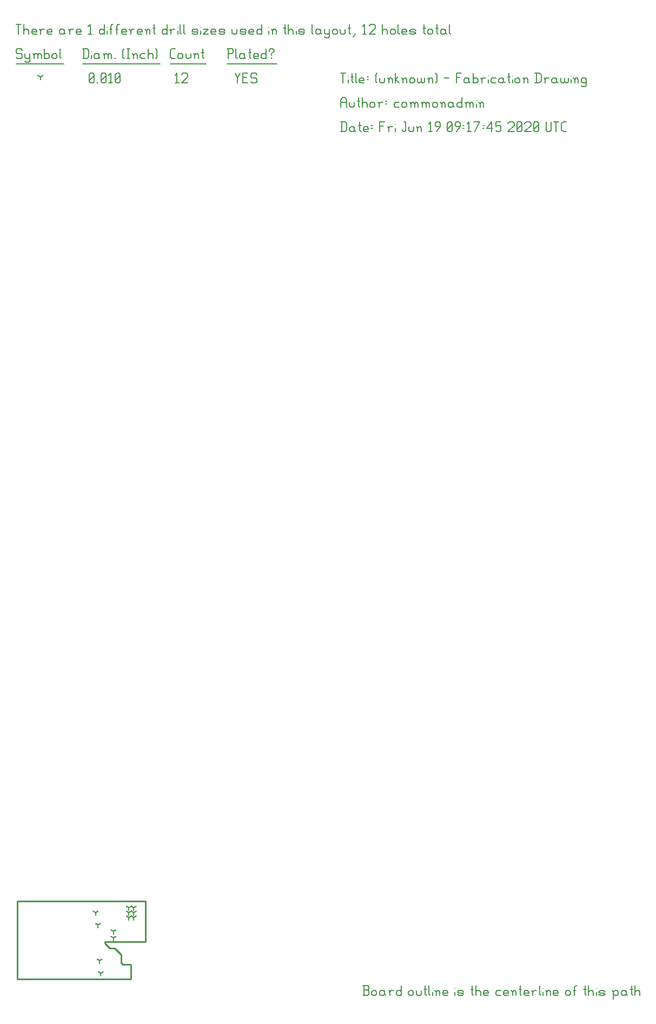
<source format=gbr>
G04 start of page 17 for group -3984 idx -3984 *
G04 Title: (unknown), fab *
G04 Creator: pcb 4.2.0 *
G04 CreationDate: Fri Jun 19 09:17:45 2020 UTC *
G04 For: commonadmin *
G04 Format: Gerber/RS-274X *
G04 PCB-Dimensions (mil): 6000.00 5000.00 *
G04 PCB-Coordinate-Origin: lower left *
%MOIN*%
%FSLAX25Y25*%
%LNFAB*%
%ADD63C,0.0100*%
%ADD62C,0.0075*%
%ADD61C,0.0060*%
%ADD60C,0.0001*%
%ADD59R,0.0080X0.0080*%
G54D59*X52156Y4158D02*Y2558D01*
G54D60*G36*
X51609Y4305D02*X53689Y5505D01*
X54089Y4812D01*
X52009Y3612D01*
X51609Y4305D01*
G37*
G36*
X52302Y3612D02*X50222Y4812D01*
X50622Y5505D01*
X52702Y4305D01*
X52302Y3612D01*
G37*
G54D59*X51500Y12000D02*Y10400D01*
G54D60*G36*
X50954Y12147D02*X53033Y13346D01*
X53433Y12653D01*
X51353Y11454D01*
X50954Y12147D01*
G37*
G36*
X51647Y11454D02*X49567Y12653D01*
X49967Y13346D01*
X52046Y12147D01*
X51647Y11454D01*
G37*
G54D59*X60000Y30000D02*Y28400D01*
G54D60*G36*
X59454Y30147D02*X61533Y31346D01*
X61933Y30653D01*
X59853Y29454D01*
X59454Y30147D01*
G37*
G36*
X60147Y29454D02*X58067Y30653D01*
X58467Y31346D01*
X60546Y30147D01*
X60147Y29454D01*
G37*
G54D59*X60000Y26000D02*Y24400D01*
G54D60*G36*
X59454Y26147D02*X61533Y27346D01*
X61933Y26653D01*
X59853Y25454D01*
X59454Y26147D01*
G37*
G36*
X60147Y25454D02*X58067Y26653D01*
X58467Y27346D01*
X60546Y26147D01*
X60147Y25454D01*
G37*
G54D59*X50500Y34000D02*Y32400D01*
G54D60*G36*
X49954Y34147D02*X52033Y35346D01*
X52433Y34653D01*
X50353Y33454D01*
X49954Y34147D01*
G37*
G36*
X50647Y33454D02*X48567Y34653D01*
X48967Y35346D01*
X51046Y34147D01*
X50647Y33454D01*
G37*
G54D59*X49000Y41500D02*Y39900D01*
G54D60*G36*
X48454Y41647D02*X50533Y42846D01*
X50933Y42153D01*
X48853Y40954D01*
X48454Y41647D01*
G37*
G36*
X49147Y40954D02*X47067Y42153D01*
X47467Y42846D01*
X49546Y41647D01*
X49147Y40954D01*
G37*
G54D59*X69500Y44500D02*Y42900D01*
G54D60*G36*
X68954Y44647D02*X71033Y45846D01*
X71433Y45153D01*
X69353Y43954D01*
X68954Y44647D01*
G37*
G36*
X69647Y43954D02*X67567Y45153D01*
X67967Y45846D01*
X70046Y44647D01*
X69647Y43954D01*
G37*
G54D59*X72500Y44500D02*Y42900D01*
G54D60*G36*
X71954Y44647D02*X74033Y45846D01*
X74433Y45153D01*
X72353Y43954D01*
X71954Y44647D01*
G37*
G36*
X72647Y43954D02*X70567Y45153D01*
X70967Y45846D01*
X73046Y44647D01*
X72647Y43954D01*
G37*
G54D59*X69500Y41500D02*Y39900D01*
G54D60*G36*
X68954Y41647D02*X71033Y42846D01*
X71433Y42153D01*
X69353Y40954D01*
X68954Y41647D01*
G37*
G36*
X69647Y40954D02*X67567Y42153D01*
X67967Y42846D01*
X70046Y41647D01*
X69647Y40954D01*
G37*
G54D59*X72500Y41500D02*Y39900D01*
G54D60*G36*
X71954Y41647D02*X74033Y42846D01*
X74433Y42153D01*
X72353Y40954D01*
X71954Y41647D01*
G37*
G36*
X72647Y40954D02*X70567Y42153D01*
X70967Y42846D01*
X73046Y41647D01*
X72647Y40954D01*
G37*
G54D59*X69500Y38500D02*Y36900D01*
G54D60*G36*
X68954Y38647D02*X71033Y39846D01*
X71433Y39153D01*
X69353Y37954D01*
X68954Y38647D01*
G37*
G36*
X69647Y37954D02*X67567Y39153D01*
X67967Y39846D01*
X70046Y38647D01*
X69647Y37954D01*
G37*
G54D59*X72500Y38500D02*Y36900D01*
G54D60*G36*
X71954Y38647D02*X74033Y39846D01*
X74433Y39153D01*
X72353Y37954D01*
X71954Y38647D01*
G37*
G36*
X72647Y37954D02*X70567Y39153D01*
X70967Y39846D01*
X73046Y38647D01*
X72647Y37954D01*
G37*
G54D59*X15000Y556250D02*Y554650D01*
G54D60*G36*
X14454Y556397D02*X16533Y557596D01*
X16933Y556903D01*
X14853Y555704D01*
X14454Y556397D01*
G37*
G36*
X15147Y555704D02*X13067Y556903D01*
X13467Y557596D01*
X15546Y556397D01*
X15147Y555704D01*
G37*
G54D61*X135000Y558500D02*X136500Y555500D01*
X138000Y558500D01*
X136500Y555500D02*Y552500D01*
X139800Y555800D02*X142050D01*
X139800Y552500D02*X142800D01*
X139800Y558500D02*Y552500D01*
Y558500D02*X142800D01*
X147600D02*X148350Y557750D01*
X145350Y558500D02*X147600D01*
X144600Y557750D02*X145350Y558500D01*
X144600Y557750D02*Y556250D01*
X145350Y555500D01*
X147600D01*
X148350Y554750D01*
Y553250D01*
X147600Y552500D02*X148350Y553250D01*
X145350Y552500D02*X147600D01*
X144600Y553250D02*X145350Y552500D01*
X98000Y557300D02*X99200Y558500D01*
Y552500D01*
X98000D02*X100250D01*
X102050Y557750D02*X102800Y558500D01*
X105050D01*
X105800Y557750D01*
Y556250D01*
X102050Y552500D02*X105800Y556250D01*
X102050Y552500D02*X105800D01*
X45000Y553250D02*X45750Y552500D01*
X45000Y557750D02*Y553250D01*
Y557750D02*X45750Y558500D01*
X47250D01*
X48000Y557750D01*
Y553250D01*
X47250Y552500D02*X48000Y553250D01*
X45750Y552500D02*X47250D01*
X45000Y554000D02*X48000Y557000D01*
X49800Y552500D02*X50550D01*
X52350Y553250D02*X53100Y552500D01*
X52350Y557750D02*Y553250D01*
Y557750D02*X53100Y558500D01*
X54600D01*
X55350Y557750D01*
Y553250D01*
X54600Y552500D02*X55350Y553250D01*
X53100Y552500D02*X54600D01*
X52350Y554000D02*X55350Y557000D01*
X57150Y557300D02*X58350Y558500D01*
Y552500D01*
X57150D02*X59400D01*
X61200Y553250D02*X61950Y552500D01*
X61200Y557750D02*Y553250D01*
Y557750D02*X61950Y558500D01*
X63450D01*
X64200Y557750D01*
Y553250D01*
X63450Y552500D02*X64200Y553250D01*
X61950Y552500D02*X63450D01*
X61200Y554000D02*X64200Y557000D01*
X3000Y573500D02*X3750Y572750D01*
X750Y573500D02*X3000D01*
X0Y572750D02*X750Y573500D01*
X0Y572750D02*Y571250D01*
X750Y570500D01*
X3000D01*
X3750Y569750D01*
Y568250D01*
X3000Y567500D02*X3750Y568250D01*
X750Y567500D02*X3000D01*
X0Y568250D02*X750Y567500D01*
X5550Y570500D02*Y568250D01*
X6300Y567500D01*
X8550Y570500D02*Y566000D01*
X7800Y565250D02*X8550Y566000D01*
X6300Y565250D02*X7800D01*
X5550Y566000D02*X6300Y565250D01*
Y567500D02*X7800D01*
X8550Y568250D01*
X11100Y569750D02*Y567500D01*
Y569750D02*X11850Y570500D01*
X12600D01*
X13350Y569750D01*
Y567500D01*
Y569750D02*X14100Y570500D01*
X14850D01*
X15600Y569750D01*
Y567500D01*
X10350Y570500D02*X11100Y569750D01*
X17400Y573500D02*Y567500D01*
Y568250D02*X18150Y567500D01*
X19650D01*
X20400Y568250D01*
Y569750D02*Y568250D01*
X19650Y570500D02*X20400Y569750D01*
X18150Y570500D02*X19650D01*
X17400Y569750D02*X18150Y570500D01*
X22200Y569750D02*Y568250D01*
Y569750D02*X22950Y570500D01*
X24450D01*
X25200Y569750D01*
Y568250D01*
X24450Y567500D02*X25200Y568250D01*
X22950Y567500D02*X24450D01*
X22200Y568250D02*X22950Y567500D01*
X27000Y573500D02*Y568250D01*
X27750Y567500D01*
X0Y564250D02*X29250D01*
X41750Y573500D02*Y567500D01*
X43700Y573500D02*X44750Y572450D01*
Y568550D01*
X43700Y567500D02*X44750Y568550D01*
X41000Y567500D02*X43700D01*
X41000Y573500D02*X43700D01*
G54D62*X46550Y572000D02*Y571850D01*
G54D61*Y569750D02*Y567500D01*
X50300Y570500D02*X51050Y569750D01*
X48800Y570500D02*X50300D01*
X48050Y569750D02*X48800Y570500D01*
X48050Y569750D02*Y568250D01*
X48800Y567500D01*
X51050Y570500D02*Y568250D01*
X51800Y567500D01*
X48800D02*X50300D01*
X51050Y568250D01*
X54350Y569750D02*Y567500D01*
Y569750D02*X55100Y570500D01*
X55850D01*
X56600Y569750D01*
Y567500D01*
Y569750D02*X57350Y570500D01*
X58100D01*
X58850Y569750D01*
Y567500D01*
X53600Y570500D02*X54350Y569750D01*
X60650Y567500D02*X61400D01*
X65900Y568250D02*X66650Y567500D01*
X65900Y572750D02*X66650Y573500D01*
X65900Y572750D02*Y568250D01*
X68450Y573500D02*X69950D01*
X69200D02*Y567500D01*
X68450D02*X69950D01*
X72500Y569750D02*Y567500D01*
Y569750D02*X73250Y570500D01*
X74000D01*
X74750Y569750D01*
Y567500D01*
X71750Y570500D02*X72500Y569750D01*
X77300Y570500D02*X79550D01*
X76550Y569750D02*X77300Y570500D01*
X76550Y569750D02*Y568250D01*
X77300Y567500D01*
X79550D01*
X81350Y573500D02*Y567500D01*
Y569750D02*X82100Y570500D01*
X83600D01*
X84350Y569750D01*
Y567500D01*
X86150Y573500D02*X86900Y572750D01*
Y568250D01*
X86150Y567500D02*X86900Y568250D01*
X41000Y564250D02*X88700D01*
X96050Y567500D02*X98000D01*
X95000Y568550D02*X96050Y567500D01*
X95000Y572450D02*Y568550D01*
Y572450D02*X96050Y573500D01*
X98000D01*
X99800Y569750D02*Y568250D01*
Y569750D02*X100550Y570500D01*
X102050D01*
X102800Y569750D01*
Y568250D01*
X102050Y567500D02*X102800Y568250D01*
X100550Y567500D02*X102050D01*
X99800Y568250D02*X100550Y567500D01*
X104600Y570500D02*Y568250D01*
X105350Y567500D01*
X106850D01*
X107600Y568250D01*
Y570500D02*Y568250D01*
X110150Y569750D02*Y567500D01*
Y569750D02*X110900Y570500D01*
X111650D01*
X112400Y569750D01*
Y567500D01*
X109400Y570500D02*X110150Y569750D01*
X114950Y573500D02*Y568250D01*
X115700Y567500D01*
X114200Y571250D02*X115700D01*
X95000Y564250D02*X117200D01*
X130750Y573500D02*Y567500D01*
X130000Y573500D02*X133000D01*
X133750Y572750D01*
Y571250D01*
X133000Y570500D02*X133750Y571250D01*
X130750Y570500D02*X133000D01*
X135550Y573500D02*Y568250D01*
X136300Y567500D01*
X140050Y570500D02*X140800Y569750D01*
X138550Y570500D02*X140050D01*
X137800Y569750D02*X138550Y570500D01*
X137800Y569750D02*Y568250D01*
X138550Y567500D01*
X140800Y570500D02*Y568250D01*
X141550Y567500D01*
X138550D02*X140050D01*
X140800Y568250D01*
X144100Y573500D02*Y568250D01*
X144850Y567500D01*
X143350Y571250D02*X144850D01*
X147100Y567500D02*X149350D01*
X146350Y568250D02*X147100Y567500D01*
X146350Y569750D02*Y568250D01*
Y569750D02*X147100Y570500D01*
X148600D01*
X149350Y569750D01*
X146350Y569000D02*X149350D01*
Y569750D02*Y569000D01*
X154150Y573500D02*Y567500D01*
X153400D02*X154150Y568250D01*
X151900Y567500D02*X153400D01*
X151150Y568250D02*X151900Y567500D01*
X151150Y569750D02*Y568250D01*
Y569750D02*X151900Y570500D01*
X153400D01*
X154150Y569750D01*
X157450Y570500D02*Y569750D01*
Y568250D02*Y567500D01*
X155950Y572750D02*Y572000D01*
Y572750D02*X156700Y573500D01*
X158200D01*
X158950Y572750D01*
Y572000D01*
X157450Y570500D02*X158950Y572000D01*
X130000Y564250D02*X160750D01*
X0Y588500D02*X3000D01*
X1500D02*Y582500D01*
X4800Y588500D02*Y582500D01*
Y584750D02*X5550Y585500D01*
X7050D01*
X7800Y584750D01*
Y582500D01*
X10350D02*X12600D01*
X9600Y583250D02*X10350Y582500D01*
X9600Y584750D02*Y583250D01*
Y584750D02*X10350Y585500D01*
X11850D01*
X12600Y584750D01*
X9600Y584000D02*X12600D01*
Y584750D02*Y584000D01*
X15150Y584750D02*Y582500D01*
Y584750D02*X15900Y585500D01*
X17400D01*
X14400D02*X15150Y584750D01*
X19950Y582500D02*X22200D01*
X19200Y583250D02*X19950Y582500D01*
X19200Y584750D02*Y583250D01*
Y584750D02*X19950Y585500D01*
X21450D01*
X22200Y584750D01*
X19200Y584000D02*X22200D01*
Y584750D02*Y584000D01*
X28950Y585500D02*X29700Y584750D01*
X27450Y585500D02*X28950D01*
X26700Y584750D02*X27450Y585500D01*
X26700Y584750D02*Y583250D01*
X27450Y582500D01*
X29700Y585500D02*Y583250D01*
X30450Y582500D01*
X27450D02*X28950D01*
X29700Y583250D01*
X33000Y584750D02*Y582500D01*
Y584750D02*X33750Y585500D01*
X35250D01*
X32250D02*X33000Y584750D01*
X37800Y582500D02*X40050D01*
X37050Y583250D02*X37800Y582500D01*
X37050Y584750D02*Y583250D01*
Y584750D02*X37800Y585500D01*
X39300D01*
X40050Y584750D01*
X37050Y584000D02*X40050D01*
Y584750D02*Y584000D01*
X44550Y587300D02*X45750Y588500D01*
Y582500D01*
X44550D02*X46800D01*
X54300Y588500D02*Y582500D01*
X53550D02*X54300Y583250D01*
X52050Y582500D02*X53550D01*
X51300Y583250D02*X52050Y582500D01*
X51300Y584750D02*Y583250D01*
Y584750D02*X52050Y585500D01*
X53550D01*
X54300Y584750D01*
G54D62*X56100Y587000D02*Y586850D01*
G54D61*Y584750D02*Y582500D01*
X58350Y587750D02*Y582500D01*
Y587750D02*X59100Y588500D01*
X59850D01*
X57600Y585500D02*X59100D01*
X62100Y587750D02*Y582500D01*
Y587750D02*X62850Y588500D01*
X63600D01*
X61350Y585500D02*X62850D01*
X65850Y582500D02*X68100D01*
X65100Y583250D02*X65850Y582500D01*
X65100Y584750D02*Y583250D01*
Y584750D02*X65850Y585500D01*
X67350D01*
X68100Y584750D01*
X65100Y584000D02*X68100D01*
Y584750D02*Y584000D01*
X70650Y584750D02*Y582500D01*
Y584750D02*X71400Y585500D01*
X72900D01*
X69900D02*X70650Y584750D01*
X75450Y582500D02*X77700D01*
X74700Y583250D02*X75450Y582500D01*
X74700Y584750D02*Y583250D01*
Y584750D02*X75450Y585500D01*
X76950D01*
X77700Y584750D01*
X74700Y584000D02*X77700D01*
Y584750D02*Y584000D01*
X80250Y584750D02*Y582500D01*
Y584750D02*X81000Y585500D01*
X81750D01*
X82500Y584750D01*
Y582500D01*
X79500Y585500D02*X80250Y584750D01*
X85050Y588500D02*Y583250D01*
X85800Y582500D01*
X84300Y586250D02*X85800D01*
X93000Y588500D02*Y582500D01*
X92250D02*X93000Y583250D01*
X90750Y582500D02*X92250D01*
X90000Y583250D02*X90750Y582500D01*
X90000Y584750D02*Y583250D01*
Y584750D02*X90750Y585500D01*
X92250D01*
X93000Y584750D01*
X95550D02*Y582500D01*
Y584750D02*X96300Y585500D01*
X97800D01*
X94800D02*X95550Y584750D01*
G54D62*X99600Y587000D02*Y586850D01*
G54D61*Y584750D02*Y582500D01*
X101100Y588500D02*Y583250D01*
X101850Y582500D01*
X103350Y588500D02*Y583250D01*
X104100Y582500D01*
X109050D02*X111300D01*
X112050Y583250D01*
X111300Y584000D02*X112050Y583250D01*
X109050Y584000D02*X111300D01*
X108300Y584750D02*X109050Y584000D01*
X108300Y584750D02*X109050Y585500D01*
X111300D01*
X112050Y584750D01*
X108300Y583250D02*X109050Y582500D01*
G54D62*X113850Y587000D02*Y586850D01*
G54D61*Y584750D02*Y582500D01*
X115350Y585500D02*X118350D01*
X115350Y582500D02*X118350Y585500D01*
X115350Y582500D02*X118350D01*
X120900D02*X123150D01*
X120150Y583250D02*X120900Y582500D01*
X120150Y584750D02*Y583250D01*
Y584750D02*X120900Y585500D01*
X122400D01*
X123150Y584750D01*
X120150Y584000D02*X123150D01*
Y584750D02*Y584000D01*
X125700Y582500D02*X127950D01*
X128700Y583250D01*
X127950Y584000D02*X128700Y583250D01*
X125700Y584000D02*X127950D01*
X124950Y584750D02*X125700Y584000D01*
X124950Y584750D02*X125700Y585500D01*
X127950D01*
X128700Y584750D01*
X124950Y583250D02*X125700Y582500D01*
X133200Y585500D02*Y583250D01*
X133950Y582500D01*
X135450D01*
X136200Y583250D01*
Y585500D02*Y583250D01*
X138750Y582500D02*X141000D01*
X141750Y583250D01*
X141000Y584000D02*X141750Y583250D01*
X138750Y584000D02*X141000D01*
X138000Y584750D02*X138750Y584000D01*
X138000Y584750D02*X138750Y585500D01*
X141000D01*
X141750Y584750D01*
X138000Y583250D02*X138750Y582500D01*
X144300D02*X146550D01*
X143550Y583250D02*X144300Y582500D01*
X143550Y584750D02*Y583250D01*
Y584750D02*X144300Y585500D01*
X145800D01*
X146550Y584750D01*
X143550Y584000D02*X146550D01*
Y584750D02*Y584000D01*
X151350Y588500D02*Y582500D01*
X150600D02*X151350Y583250D01*
X149100Y582500D02*X150600D01*
X148350Y583250D02*X149100Y582500D01*
X148350Y584750D02*Y583250D01*
Y584750D02*X149100Y585500D01*
X150600D01*
X151350Y584750D01*
G54D62*X155850Y587000D02*Y586850D01*
G54D61*Y584750D02*Y582500D01*
X158100Y584750D02*Y582500D01*
Y584750D02*X158850Y585500D01*
X159600D01*
X160350Y584750D01*
Y582500D01*
X157350Y585500D02*X158100Y584750D01*
X165600Y588500D02*Y583250D01*
X166350Y582500D01*
X164850Y586250D02*X166350D01*
X167850Y588500D02*Y582500D01*
Y584750D02*X168600Y585500D01*
X170100D01*
X170850Y584750D01*
Y582500D01*
G54D62*X172650Y587000D02*Y586850D01*
G54D61*Y584750D02*Y582500D01*
X174900D02*X177150D01*
X177900Y583250D01*
X177150Y584000D02*X177900Y583250D01*
X174900Y584000D02*X177150D01*
X174150Y584750D02*X174900Y584000D01*
X174150Y584750D02*X174900Y585500D01*
X177150D01*
X177900Y584750D01*
X174150Y583250D02*X174900Y582500D01*
X182400Y588500D02*Y583250D01*
X183150Y582500D01*
X186900Y585500D02*X187650Y584750D01*
X185400Y585500D02*X186900D01*
X184650Y584750D02*X185400Y585500D01*
X184650Y584750D02*Y583250D01*
X185400Y582500D01*
X187650Y585500D02*Y583250D01*
X188400Y582500D01*
X185400D02*X186900D01*
X187650Y583250D01*
X190200Y585500D02*Y583250D01*
X190950Y582500D01*
X193200Y585500D02*Y581000D01*
X192450Y580250D02*X193200Y581000D01*
X190950Y580250D02*X192450D01*
X190200Y581000D02*X190950Y580250D01*
Y582500D02*X192450D01*
X193200Y583250D01*
X195000Y584750D02*Y583250D01*
Y584750D02*X195750Y585500D01*
X197250D01*
X198000Y584750D01*
Y583250D01*
X197250Y582500D02*X198000Y583250D01*
X195750Y582500D02*X197250D01*
X195000Y583250D02*X195750Y582500D01*
X199800Y585500D02*Y583250D01*
X200550Y582500D01*
X202050D01*
X202800Y583250D01*
Y585500D02*Y583250D01*
X205350Y588500D02*Y583250D01*
X206100Y582500D01*
X204600Y586250D02*X206100D01*
X207600Y581000D02*X209100Y582500D01*
X213600Y587300D02*X214800Y588500D01*
Y582500D01*
X213600D02*X215850D01*
X217650Y587750D02*X218400Y588500D01*
X220650D01*
X221400Y587750D01*
Y586250D01*
X217650Y582500D02*X221400Y586250D01*
X217650Y582500D02*X221400D01*
X225900Y588500D02*Y582500D01*
Y584750D02*X226650Y585500D01*
X228150D01*
X228900Y584750D01*
Y582500D01*
X230700Y584750D02*Y583250D01*
Y584750D02*X231450Y585500D01*
X232950D01*
X233700Y584750D01*
Y583250D01*
X232950Y582500D02*X233700Y583250D01*
X231450Y582500D02*X232950D01*
X230700Y583250D02*X231450Y582500D01*
X235500Y588500D02*Y583250D01*
X236250Y582500D01*
X238500D02*X240750D01*
X237750Y583250D02*X238500Y582500D01*
X237750Y584750D02*Y583250D01*
Y584750D02*X238500Y585500D01*
X240000D01*
X240750Y584750D01*
X237750Y584000D02*X240750D01*
Y584750D02*Y584000D01*
X243300Y582500D02*X245550D01*
X246300Y583250D01*
X245550Y584000D02*X246300Y583250D01*
X243300Y584000D02*X245550D01*
X242550Y584750D02*X243300Y584000D01*
X242550Y584750D02*X243300Y585500D01*
X245550D01*
X246300Y584750D01*
X242550Y583250D02*X243300Y582500D01*
X251550Y588500D02*Y583250D01*
X252300Y582500D01*
X250800Y586250D02*X252300D01*
X253800Y584750D02*Y583250D01*
Y584750D02*X254550Y585500D01*
X256050D01*
X256800Y584750D01*
Y583250D01*
X256050Y582500D02*X256800Y583250D01*
X254550Y582500D02*X256050D01*
X253800Y583250D02*X254550Y582500D01*
X259350Y588500D02*Y583250D01*
X260100Y582500D01*
X258600Y586250D02*X260100D01*
X263850Y585500D02*X264600Y584750D01*
X262350Y585500D02*X263850D01*
X261600Y584750D02*X262350Y585500D01*
X261600Y584750D02*Y583250D01*
X262350Y582500D01*
X264600Y585500D02*Y583250D01*
X265350Y582500D01*
X262350D02*X263850D01*
X264600Y583250D01*
X267150Y588500D02*Y583250D01*
X267900Y582500D01*
G54D63*X54750Y22500D02*X57750Y19500D01*
X60750D01*
X64750Y15500D02*Y10500D01*
X65750Y9500D01*
X70750D01*
Y500D01*
X750D01*
Y48500D01*
X64750Y15500D02*X60750Y19500D01*
X750Y48500D02*X79750D01*
Y23500D01*
X54750D01*
Y22500D01*
G54D61*X213675Y-9500D02*X216675D01*
X217425Y-8750D01*
Y-6950D02*Y-8750D01*
X216675Y-6200D02*X217425Y-6950D01*
X214425Y-6200D02*X216675D01*
X214425Y-3500D02*Y-9500D01*
X213675Y-3500D02*X216675D01*
X217425Y-4250D01*
Y-5450D01*
X216675Y-6200D02*X217425Y-5450D01*
X219225Y-7250D02*Y-8750D01*
Y-7250D02*X219975Y-6500D01*
X221475D01*
X222225Y-7250D01*
Y-8750D01*
X221475Y-9500D02*X222225Y-8750D01*
X219975Y-9500D02*X221475D01*
X219225Y-8750D02*X219975Y-9500D01*
X226275Y-6500D02*X227025Y-7250D01*
X224775Y-6500D02*X226275D01*
X224025Y-7250D02*X224775Y-6500D01*
X224025Y-7250D02*Y-8750D01*
X224775Y-9500D01*
X227025Y-6500D02*Y-8750D01*
X227775Y-9500D01*
X224775D02*X226275D01*
X227025Y-8750D01*
X230325Y-7250D02*Y-9500D01*
Y-7250D02*X231075Y-6500D01*
X232575D01*
X229575D02*X230325Y-7250D01*
X237375Y-3500D02*Y-9500D01*
X236625D02*X237375Y-8750D01*
X235125Y-9500D02*X236625D01*
X234375Y-8750D02*X235125Y-9500D01*
X234375Y-7250D02*Y-8750D01*
Y-7250D02*X235125Y-6500D01*
X236625D01*
X237375Y-7250D01*
X241875D02*Y-8750D01*
Y-7250D02*X242625Y-6500D01*
X244125D01*
X244875Y-7250D01*
Y-8750D01*
X244125Y-9500D02*X244875Y-8750D01*
X242625Y-9500D02*X244125D01*
X241875Y-8750D02*X242625Y-9500D01*
X246675Y-6500D02*Y-8750D01*
X247425Y-9500D01*
X248925D01*
X249675Y-8750D01*
Y-6500D02*Y-8750D01*
X252225Y-3500D02*Y-8750D01*
X252975Y-9500D01*
X251475Y-5750D02*X252975D01*
X254475Y-3500D02*Y-8750D01*
X255225Y-9500D01*
G54D62*X256725Y-5000D02*Y-5150D01*
G54D61*Y-7250D02*Y-9500D01*
X258975Y-7250D02*Y-9500D01*
Y-7250D02*X259725Y-6500D01*
X260475D01*
X261225Y-7250D01*
Y-9500D01*
X258225Y-6500D02*X258975Y-7250D01*
X263775Y-9500D02*X266025D01*
X263025Y-8750D02*X263775Y-9500D01*
X263025Y-7250D02*Y-8750D01*
Y-7250D02*X263775Y-6500D01*
X265275D01*
X266025Y-7250D01*
X263025Y-8000D02*X266025D01*
Y-7250D02*Y-8000D01*
G54D62*X270525Y-5000D02*Y-5150D01*
G54D61*Y-7250D02*Y-9500D01*
X272775D02*X275025D01*
X275775Y-8750D01*
X275025Y-8000D02*X275775Y-8750D01*
X272775Y-8000D02*X275025D01*
X272025Y-7250D02*X272775Y-8000D01*
X272025Y-7250D02*X272775Y-6500D01*
X275025D01*
X275775Y-7250D01*
X272025Y-8750D02*X272775Y-9500D01*
X281025Y-3500D02*Y-8750D01*
X281775Y-9500D01*
X280275Y-5750D02*X281775D01*
X283275Y-3500D02*Y-9500D01*
Y-7250D02*X284025Y-6500D01*
X285525D01*
X286275Y-7250D01*
Y-9500D01*
X288825D02*X291075D01*
X288075Y-8750D02*X288825Y-9500D01*
X288075Y-7250D02*Y-8750D01*
Y-7250D02*X288825Y-6500D01*
X290325D01*
X291075Y-7250D01*
X288075Y-8000D02*X291075D01*
Y-7250D02*Y-8000D01*
X296325Y-6500D02*X298575D01*
X295575Y-7250D02*X296325Y-6500D01*
X295575Y-7250D02*Y-8750D01*
X296325Y-9500D01*
X298575D01*
X301125D02*X303375D01*
X300375Y-8750D02*X301125Y-9500D01*
X300375Y-7250D02*Y-8750D01*
Y-7250D02*X301125Y-6500D01*
X302625D01*
X303375Y-7250D01*
X300375Y-8000D02*X303375D01*
Y-7250D02*Y-8000D01*
X305925Y-7250D02*Y-9500D01*
Y-7250D02*X306675Y-6500D01*
X307425D01*
X308175Y-7250D01*
Y-9500D01*
X305175Y-6500D02*X305925Y-7250D01*
X310725Y-3500D02*Y-8750D01*
X311475Y-9500D01*
X309975Y-5750D02*X311475D01*
X313725Y-9500D02*X315975D01*
X312975Y-8750D02*X313725Y-9500D01*
X312975Y-7250D02*Y-8750D01*
Y-7250D02*X313725Y-6500D01*
X315225D01*
X315975Y-7250D01*
X312975Y-8000D02*X315975D01*
Y-7250D02*Y-8000D01*
X318525Y-7250D02*Y-9500D01*
Y-7250D02*X319275Y-6500D01*
X320775D01*
X317775D02*X318525Y-7250D01*
X322575Y-3500D02*Y-8750D01*
X323325Y-9500D01*
G54D62*X324825Y-5000D02*Y-5150D01*
G54D61*Y-7250D02*Y-9500D01*
X327075Y-7250D02*Y-9500D01*
Y-7250D02*X327825Y-6500D01*
X328575D01*
X329325Y-7250D01*
Y-9500D01*
X326325Y-6500D02*X327075Y-7250D01*
X331875Y-9500D02*X334125D01*
X331125Y-8750D02*X331875Y-9500D01*
X331125Y-7250D02*Y-8750D01*
Y-7250D02*X331875Y-6500D01*
X333375D01*
X334125Y-7250D01*
X331125Y-8000D02*X334125D01*
Y-7250D02*Y-8000D01*
X338625Y-7250D02*Y-8750D01*
Y-7250D02*X339375Y-6500D01*
X340875D01*
X341625Y-7250D01*
Y-8750D01*
X340875Y-9500D02*X341625Y-8750D01*
X339375Y-9500D02*X340875D01*
X338625Y-8750D02*X339375Y-9500D01*
X344175Y-4250D02*Y-9500D01*
Y-4250D02*X344925Y-3500D01*
X345675D01*
X343425Y-6500D02*X344925D01*
X350625Y-3500D02*Y-8750D01*
X351375Y-9500D01*
X349875Y-5750D02*X351375D01*
X352875Y-3500D02*Y-9500D01*
Y-7250D02*X353625Y-6500D01*
X355125D01*
X355875Y-7250D01*
Y-9500D01*
G54D62*X357675Y-5000D02*Y-5150D01*
G54D61*Y-7250D02*Y-9500D01*
X359925D02*X362175D01*
X362925Y-8750D01*
X362175Y-8000D02*X362925Y-8750D01*
X359925Y-8000D02*X362175D01*
X359175Y-7250D02*X359925Y-8000D01*
X359175Y-7250D02*X359925Y-6500D01*
X362175D01*
X362925Y-7250D01*
X359175Y-8750D02*X359925Y-9500D01*
X368175Y-7250D02*Y-11750D01*
X367425Y-6500D02*X368175Y-7250D01*
X368925Y-6500D01*
X370425D01*
X371175Y-7250D01*
Y-8750D01*
X370425Y-9500D02*X371175Y-8750D01*
X368925Y-9500D02*X370425D01*
X368175Y-8750D02*X368925Y-9500D01*
X375225Y-6500D02*X375975Y-7250D01*
X373725Y-6500D02*X375225D01*
X372975Y-7250D02*X373725Y-6500D01*
X372975Y-7250D02*Y-8750D01*
X373725Y-9500D01*
X375975Y-6500D02*Y-8750D01*
X376725Y-9500D01*
X373725D02*X375225D01*
X375975Y-8750D01*
X379275Y-3500D02*Y-8750D01*
X380025Y-9500D01*
X378525Y-5750D02*X380025D01*
X381525Y-3500D02*Y-9500D01*
Y-7250D02*X382275Y-6500D01*
X383775D01*
X384525Y-7250D01*
Y-9500D01*
X200750Y528500D02*Y522500D01*
X202700Y528500D02*X203750Y527450D01*
Y523550D01*
X202700Y522500D02*X203750Y523550D01*
X200000Y522500D02*X202700D01*
X200000Y528500D02*X202700D01*
X207800Y525500D02*X208550Y524750D01*
X206300Y525500D02*X207800D01*
X205550Y524750D02*X206300Y525500D01*
X205550Y524750D02*Y523250D01*
X206300Y522500D01*
X208550Y525500D02*Y523250D01*
X209300Y522500D01*
X206300D02*X207800D01*
X208550Y523250D01*
X211850Y528500D02*Y523250D01*
X212600Y522500D01*
X211100Y526250D02*X212600D01*
X214850Y522500D02*X217100D01*
X214100Y523250D02*X214850Y522500D01*
X214100Y524750D02*Y523250D01*
Y524750D02*X214850Y525500D01*
X216350D01*
X217100Y524750D01*
X214100Y524000D02*X217100D01*
Y524750D02*Y524000D01*
X218900Y526250D02*X219650D01*
X218900Y524750D02*X219650D01*
X224150Y528500D02*Y522500D01*
Y528500D02*X227150D01*
X224150Y525800D02*X226400D01*
X229700Y524750D02*Y522500D01*
Y524750D02*X230450Y525500D01*
X231950D01*
X228950D02*X229700Y524750D01*
G54D62*X233750Y527000D02*Y526850D01*
G54D61*Y524750D02*Y522500D01*
X239000Y528500D02*X240200D01*
Y523250D01*
X239450Y522500D02*X240200Y523250D01*
X238700Y522500D02*X239450D01*
X237950Y523250D02*X238700Y522500D01*
X237950Y524000D02*Y523250D01*
X242000Y525500D02*Y523250D01*
X242750Y522500D01*
X244250D01*
X245000Y523250D01*
Y525500D02*Y523250D01*
X247550Y524750D02*Y522500D01*
Y524750D02*X248300Y525500D01*
X249050D01*
X249800Y524750D01*
Y522500D01*
X246800Y525500D02*X247550Y524750D01*
X254300Y527300D02*X255500Y528500D01*
Y522500D01*
X254300D02*X256550D01*
X259100D02*X261350Y525500D01*
Y527750D02*Y525500D01*
X260600Y528500D02*X261350Y527750D01*
X259100Y528500D02*X260600D01*
X258350Y527750D02*X259100Y528500D01*
X258350Y527750D02*Y526250D01*
X259100Y525500D01*
X261350D01*
X265850Y523250D02*X266600Y522500D01*
X265850Y527750D02*Y523250D01*
Y527750D02*X266600Y528500D01*
X268100D01*
X268850Y527750D01*
Y523250D01*
X268100Y522500D02*X268850Y523250D01*
X266600Y522500D02*X268100D01*
X265850Y524000D02*X268850Y527000D01*
X271400Y522500D02*X273650Y525500D01*
Y527750D02*Y525500D01*
X272900Y528500D02*X273650Y527750D01*
X271400Y528500D02*X272900D01*
X270650Y527750D02*X271400Y528500D01*
X270650Y527750D02*Y526250D01*
X271400Y525500D01*
X273650D01*
X275450Y526250D02*X276200D01*
X275450Y524750D02*X276200D01*
X278000Y527300D02*X279200Y528500D01*
Y522500D01*
X278000D02*X280250D01*
X282800D02*X285800Y528500D01*
X282050D02*X285800D01*
X287600Y526250D02*X288350D01*
X287600Y524750D02*X288350D01*
X290150D02*X293150Y528500D01*
X290150Y524750D02*X293900D01*
X293150Y528500D02*Y522500D01*
X295700Y528500D02*X298700D01*
X295700D02*Y525500D01*
X296450Y526250D01*
X297950D01*
X298700Y525500D01*
Y523250D01*
X297950Y522500D02*X298700Y523250D01*
X296450Y522500D02*X297950D01*
X295700Y523250D02*X296450Y522500D01*
X303200Y527750D02*X303950Y528500D01*
X306200D01*
X306950Y527750D01*
Y526250D01*
X303200Y522500D02*X306950Y526250D01*
X303200Y522500D02*X306950D01*
X308750Y523250D02*X309500Y522500D01*
X308750Y527750D02*Y523250D01*
Y527750D02*X309500Y528500D01*
X311000D01*
X311750Y527750D01*
Y523250D01*
X311000Y522500D02*X311750Y523250D01*
X309500Y522500D02*X311000D01*
X308750Y524000D02*X311750Y527000D01*
X313550Y527750D02*X314300Y528500D01*
X316550D01*
X317300Y527750D01*
Y526250D01*
X313550Y522500D02*X317300Y526250D01*
X313550Y522500D02*X317300D01*
X319100Y523250D02*X319850Y522500D01*
X319100Y527750D02*Y523250D01*
Y527750D02*X319850Y528500D01*
X321350D01*
X322100Y527750D01*
Y523250D01*
X321350Y522500D02*X322100Y523250D01*
X319850Y522500D02*X321350D01*
X319100Y524000D02*X322100Y527000D01*
X326600Y528500D02*Y523250D01*
X327350Y522500D01*
X328850D01*
X329600Y523250D01*
Y528500D02*Y523250D01*
X331400Y528500D02*X334400D01*
X332900D02*Y522500D01*
X337250D02*X339200D01*
X336200Y523550D02*X337250Y522500D01*
X336200Y527450D02*Y523550D01*
Y527450D02*X337250Y528500D01*
X339200D01*
X200000Y542000D02*Y537500D01*
Y542000D02*X201050Y543500D01*
X202700D01*
X203750Y542000D01*
Y537500D01*
X200000Y540500D02*X203750D01*
X205550D02*Y538250D01*
X206300Y537500D01*
X207800D01*
X208550Y538250D01*
Y540500D02*Y538250D01*
X211100Y543500D02*Y538250D01*
X211850Y537500D01*
X210350Y541250D02*X211850D01*
X213350Y543500D02*Y537500D01*
Y539750D02*X214100Y540500D01*
X215600D01*
X216350Y539750D01*
Y537500D01*
X218150Y539750D02*Y538250D01*
Y539750D02*X218900Y540500D01*
X220400D01*
X221150Y539750D01*
Y538250D01*
X220400Y537500D02*X221150Y538250D01*
X218900Y537500D02*X220400D01*
X218150Y538250D02*X218900Y537500D01*
X223700Y539750D02*Y537500D01*
Y539750D02*X224450Y540500D01*
X225950D01*
X222950D02*X223700Y539750D01*
X227750Y541250D02*X228500D01*
X227750Y539750D02*X228500D01*
X233750Y540500D02*X236000D01*
X233000Y539750D02*X233750Y540500D01*
X233000Y539750D02*Y538250D01*
X233750Y537500D01*
X236000D01*
X237800Y539750D02*Y538250D01*
Y539750D02*X238550Y540500D01*
X240050D01*
X240800Y539750D01*
Y538250D01*
X240050Y537500D02*X240800Y538250D01*
X238550Y537500D02*X240050D01*
X237800Y538250D02*X238550Y537500D01*
X243350Y539750D02*Y537500D01*
Y539750D02*X244100Y540500D01*
X244850D01*
X245600Y539750D01*
Y537500D01*
Y539750D02*X246350Y540500D01*
X247100D01*
X247850Y539750D01*
Y537500D01*
X242600Y540500D02*X243350Y539750D01*
X250400D02*Y537500D01*
Y539750D02*X251150Y540500D01*
X251900D01*
X252650Y539750D01*
Y537500D01*
Y539750D02*X253400Y540500D01*
X254150D01*
X254900Y539750D01*
Y537500D01*
X249650Y540500D02*X250400Y539750D01*
X256700D02*Y538250D01*
Y539750D02*X257450Y540500D01*
X258950D01*
X259700Y539750D01*
Y538250D01*
X258950Y537500D02*X259700Y538250D01*
X257450Y537500D02*X258950D01*
X256700Y538250D02*X257450Y537500D01*
X262250Y539750D02*Y537500D01*
Y539750D02*X263000Y540500D01*
X263750D01*
X264500Y539750D01*
Y537500D01*
X261500Y540500D02*X262250Y539750D01*
X268550Y540500D02*X269300Y539750D01*
X267050Y540500D02*X268550D01*
X266300Y539750D02*X267050Y540500D01*
X266300Y539750D02*Y538250D01*
X267050Y537500D01*
X269300Y540500D02*Y538250D01*
X270050Y537500D01*
X267050D02*X268550D01*
X269300Y538250D01*
X274850Y543500D02*Y537500D01*
X274100D02*X274850Y538250D01*
X272600Y537500D02*X274100D01*
X271850Y538250D02*X272600Y537500D01*
X271850Y539750D02*Y538250D01*
Y539750D02*X272600Y540500D01*
X274100D01*
X274850Y539750D01*
X277400D02*Y537500D01*
Y539750D02*X278150Y540500D01*
X278900D01*
X279650Y539750D01*
Y537500D01*
Y539750D02*X280400Y540500D01*
X281150D01*
X281900Y539750D01*
Y537500D01*
X276650Y540500D02*X277400Y539750D01*
G54D62*X283700Y542000D02*Y541850D01*
G54D61*Y539750D02*Y537500D01*
X285950Y539750D02*Y537500D01*
Y539750D02*X286700Y540500D01*
X287450D01*
X288200Y539750D01*
Y537500D01*
X285200Y540500D02*X285950Y539750D01*
X200000Y558500D02*X203000D01*
X201500D02*Y552500D01*
G54D62*X204800Y557000D02*Y556850D01*
G54D61*Y554750D02*Y552500D01*
X207050Y558500D02*Y553250D01*
X207800Y552500D01*
X206300Y556250D02*X207800D01*
X209300Y558500D02*Y553250D01*
X210050Y552500D01*
X212300D02*X214550D01*
X211550Y553250D02*X212300Y552500D01*
X211550Y554750D02*Y553250D01*
Y554750D02*X212300Y555500D01*
X213800D01*
X214550Y554750D01*
X211550Y554000D02*X214550D01*
Y554750D02*Y554000D01*
X216350Y556250D02*X217100D01*
X216350Y554750D02*X217100D01*
X221600Y553250D02*X222350Y552500D01*
X221600Y557750D02*X222350Y558500D01*
X221600Y557750D02*Y553250D01*
X224150Y555500D02*Y553250D01*
X224900Y552500D01*
X226400D01*
X227150Y553250D01*
Y555500D02*Y553250D01*
X229700Y554750D02*Y552500D01*
Y554750D02*X230450Y555500D01*
X231200D01*
X231950Y554750D01*
Y552500D01*
X228950Y555500D02*X229700Y554750D01*
X233750Y558500D02*Y552500D01*
Y554750D02*X236000Y552500D01*
X233750Y554750D02*X235250Y556250D01*
X238550Y554750D02*Y552500D01*
Y554750D02*X239300Y555500D01*
X240050D01*
X240800Y554750D01*
Y552500D01*
X237800Y555500D02*X238550Y554750D01*
X242600D02*Y553250D01*
Y554750D02*X243350Y555500D01*
X244850D01*
X245600Y554750D01*
Y553250D01*
X244850Y552500D02*X245600Y553250D01*
X243350Y552500D02*X244850D01*
X242600Y553250D02*X243350Y552500D01*
X247400Y555500D02*Y553250D01*
X248150Y552500D01*
X248900D01*
X249650Y553250D01*
Y555500D02*Y553250D01*
X250400Y552500D01*
X251150D01*
X251900Y553250D01*
Y555500D02*Y553250D01*
X254450Y554750D02*Y552500D01*
Y554750D02*X255200Y555500D01*
X255950D01*
X256700Y554750D01*
Y552500D01*
X253700Y555500D02*X254450Y554750D01*
X258500Y558500D02*X259250Y557750D01*
Y553250D01*
X258500Y552500D02*X259250Y553250D01*
X263750Y555500D02*X266750D01*
X271250Y558500D02*Y552500D01*
Y558500D02*X274250D01*
X271250Y555800D02*X273500D01*
X278300Y555500D02*X279050Y554750D01*
X276800Y555500D02*X278300D01*
X276050Y554750D02*X276800Y555500D01*
X276050Y554750D02*Y553250D01*
X276800Y552500D01*
X279050Y555500D02*Y553250D01*
X279800Y552500D01*
X276800D02*X278300D01*
X279050Y553250D01*
X281600Y558500D02*Y552500D01*
Y553250D02*X282350Y552500D01*
X283850D01*
X284600Y553250D01*
Y554750D02*Y553250D01*
X283850Y555500D02*X284600Y554750D01*
X282350Y555500D02*X283850D01*
X281600Y554750D02*X282350Y555500D01*
X287150Y554750D02*Y552500D01*
Y554750D02*X287900Y555500D01*
X289400D01*
X286400D02*X287150Y554750D01*
G54D62*X291200Y557000D02*Y556850D01*
G54D61*Y554750D02*Y552500D01*
X293450Y555500D02*X295700D01*
X292700Y554750D02*X293450Y555500D01*
X292700Y554750D02*Y553250D01*
X293450Y552500D01*
X295700D01*
X299750Y555500D02*X300500Y554750D01*
X298250Y555500D02*X299750D01*
X297500Y554750D02*X298250Y555500D01*
X297500Y554750D02*Y553250D01*
X298250Y552500D01*
X300500Y555500D02*Y553250D01*
X301250Y552500D01*
X298250D02*X299750D01*
X300500Y553250D01*
X303800Y558500D02*Y553250D01*
X304550Y552500D01*
X303050Y556250D02*X304550D01*
G54D62*X306050Y557000D02*Y556850D01*
G54D61*Y554750D02*Y552500D01*
X307550Y554750D02*Y553250D01*
Y554750D02*X308300Y555500D01*
X309800D01*
X310550Y554750D01*
Y553250D01*
X309800Y552500D02*X310550Y553250D01*
X308300Y552500D02*X309800D01*
X307550Y553250D02*X308300Y552500D01*
X313100Y554750D02*Y552500D01*
Y554750D02*X313850Y555500D01*
X314600D01*
X315350Y554750D01*
Y552500D01*
X312350Y555500D02*X313100Y554750D01*
X320600Y558500D02*Y552500D01*
X322550Y558500D02*X323600Y557450D01*
Y553550D01*
X322550Y552500D02*X323600Y553550D01*
X319850Y552500D02*X322550D01*
X319850Y558500D02*X322550D01*
X326150Y554750D02*Y552500D01*
Y554750D02*X326900Y555500D01*
X328400D01*
X325400D02*X326150Y554750D01*
X332450Y555500D02*X333200Y554750D01*
X330950Y555500D02*X332450D01*
X330200Y554750D02*X330950Y555500D01*
X330200Y554750D02*Y553250D01*
X330950Y552500D01*
X333200Y555500D02*Y553250D01*
X333950Y552500D01*
X330950D02*X332450D01*
X333200Y553250D01*
X335750Y555500D02*Y553250D01*
X336500Y552500D01*
X337250D01*
X338000Y553250D01*
Y555500D02*Y553250D01*
X338750Y552500D01*
X339500D01*
X340250Y553250D01*
Y555500D02*Y553250D01*
G54D62*X342050Y557000D02*Y556850D01*
G54D61*Y554750D02*Y552500D01*
X344300Y554750D02*Y552500D01*
Y554750D02*X345050Y555500D01*
X345800D01*
X346550Y554750D01*
Y552500D01*
X343550Y555500D02*X344300Y554750D01*
X350600Y555500D02*X351350Y554750D01*
X349100Y555500D02*X350600D01*
X348350Y554750D02*X349100Y555500D01*
X348350Y554750D02*Y553250D01*
X349100Y552500D01*
X350600D01*
X351350Y553250D01*
X348350Y551000D02*X349100Y550250D01*
X350600D01*
X351350Y551000D01*
Y555500D02*Y551000D01*
M02*

</source>
